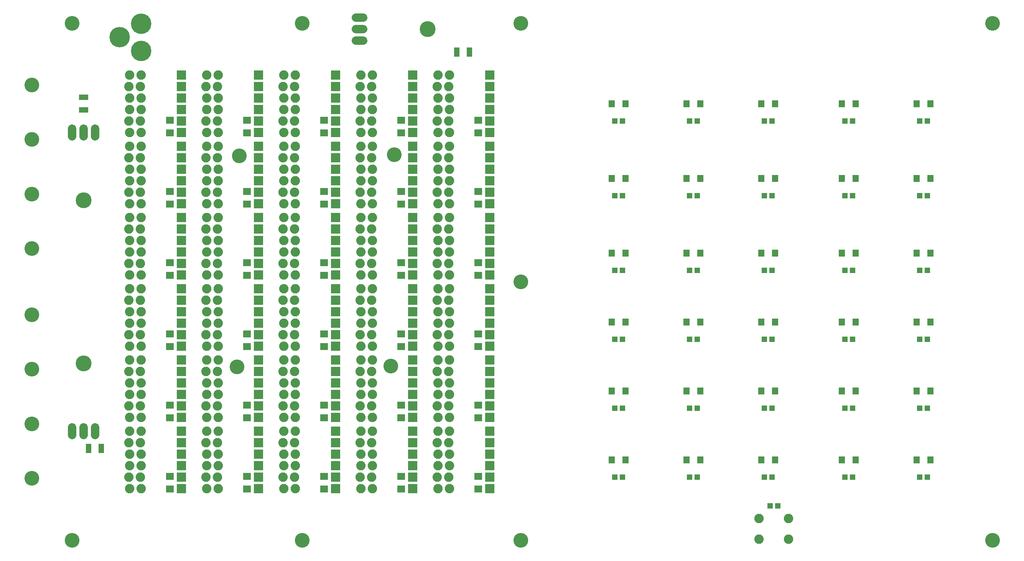
<source format=gts>
G75*
G70*
%OFA0B0*%
%FSLAX24Y24*%
%IPPOS*%
%LPD*%
%AMOC8*
5,1,8,0,0,1.08239X$1,22.5*
%
%ADD10R,0.0820X0.0820*%
%ADD11C,0.0820*%
%ADD12R,0.0710X0.0631*%
%ADD13R,0.0513X0.0474*%
%ADD14R,0.0552X0.0631*%
%ADD15C,0.1280*%
%ADD16C,0.1780*%
%ADD17C,0.0720*%
%ADD18C,0.1380*%
%ADD19R,0.0474X0.0789*%
%ADD20R,0.0789X0.0474*%
D10*
X016651Y009836D03*
X016651Y010836D03*
X016651Y011836D03*
X016651Y012836D03*
X016651Y013836D03*
X016651Y014836D03*
X016651Y016036D03*
X016651Y017036D03*
X016651Y018036D03*
X016651Y019036D03*
X016651Y020036D03*
X016651Y021036D03*
X016651Y022236D03*
X016651Y023236D03*
X016651Y024236D03*
X016651Y025236D03*
X016651Y026236D03*
X016651Y027236D03*
X016651Y028436D03*
X016651Y029436D03*
X016651Y030436D03*
X016651Y031436D03*
X016651Y032436D03*
X016651Y033436D03*
X016651Y034636D03*
X016651Y035636D03*
X016651Y036636D03*
X016651Y037636D03*
X016651Y038636D03*
X016651Y039636D03*
X016651Y040836D03*
X016651Y041836D03*
X016651Y042836D03*
X016651Y043836D03*
X016651Y044836D03*
X016651Y045836D03*
X023351Y045836D03*
X023351Y044836D03*
X023351Y043836D03*
X023351Y042836D03*
X023351Y041836D03*
X023351Y040836D03*
X023351Y039636D03*
X023351Y038636D03*
X023351Y037636D03*
X023351Y036636D03*
X023351Y035636D03*
X023351Y034636D03*
X023351Y033436D03*
X023351Y032436D03*
X023351Y031436D03*
X023351Y030436D03*
X023351Y029436D03*
X023351Y028436D03*
X023351Y027236D03*
X023351Y026236D03*
X023351Y025236D03*
X023351Y024236D03*
X023351Y023236D03*
X023351Y022236D03*
X023351Y021036D03*
X023351Y020036D03*
X023351Y019036D03*
X023351Y018036D03*
X023351Y017036D03*
X023351Y016036D03*
X023351Y014836D03*
X023351Y013836D03*
X023351Y012836D03*
X023351Y011836D03*
X023351Y010836D03*
X023351Y009836D03*
X030051Y009836D03*
X030051Y010836D03*
X030051Y011836D03*
X030051Y012836D03*
X030051Y013836D03*
X030051Y014836D03*
X030051Y016036D03*
X030051Y017036D03*
X030051Y018036D03*
X030051Y019036D03*
X030051Y020036D03*
X030051Y021036D03*
X030051Y022236D03*
X030051Y023236D03*
X030051Y024236D03*
X030051Y025236D03*
X030051Y026236D03*
X030051Y027236D03*
X030051Y028436D03*
X030051Y029436D03*
X030051Y030436D03*
X030051Y031436D03*
X030051Y032436D03*
X030051Y033436D03*
X030051Y034636D03*
X030051Y035636D03*
X030051Y036636D03*
X030051Y037636D03*
X030051Y038636D03*
X030051Y039636D03*
X030051Y040836D03*
X030051Y041836D03*
X030051Y042836D03*
X030051Y043836D03*
X030051Y044836D03*
X030051Y045836D03*
X036751Y045836D03*
X036751Y044836D03*
X036751Y043836D03*
X036751Y042836D03*
X036751Y041836D03*
X036751Y040836D03*
X036751Y039636D03*
X036751Y038636D03*
X036751Y037636D03*
X036751Y036636D03*
X036751Y035636D03*
X036751Y034636D03*
X036751Y033436D03*
X036751Y032436D03*
X036751Y031436D03*
X036751Y030436D03*
X036751Y029436D03*
X036751Y028436D03*
X036751Y027236D03*
X036751Y026236D03*
X036751Y025236D03*
X036751Y024236D03*
X036751Y023236D03*
X036751Y022236D03*
X036751Y021036D03*
X036751Y020036D03*
X036751Y019036D03*
X036751Y018036D03*
X036751Y017036D03*
X036751Y016036D03*
X036751Y014836D03*
X036751Y013836D03*
X036751Y012836D03*
X036751Y011836D03*
X036751Y010836D03*
X036751Y009836D03*
X043451Y009836D03*
X043451Y010836D03*
X043451Y011836D03*
X043451Y012836D03*
X043451Y013836D03*
X043451Y014836D03*
X043451Y016036D03*
X043451Y017036D03*
X043451Y018036D03*
X043451Y019036D03*
X043451Y020036D03*
X043451Y021036D03*
X043451Y022236D03*
X043451Y023236D03*
X043451Y024236D03*
X043451Y025236D03*
X043451Y026236D03*
X043451Y027236D03*
X043451Y028436D03*
X043451Y029436D03*
X043451Y030436D03*
X043451Y031436D03*
X043451Y032436D03*
X043451Y033436D03*
X043451Y034636D03*
X043451Y035636D03*
X043451Y036636D03*
X043451Y037636D03*
X043451Y038636D03*
X043451Y039636D03*
X043451Y040836D03*
X043451Y041836D03*
X043451Y042836D03*
X043451Y043836D03*
X043451Y044836D03*
X043451Y045836D03*
D11*
X039951Y045836D03*
X038951Y045836D03*
X038881Y044836D03*
X039881Y044836D03*
X039951Y043836D03*
X038951Y043836D03*
X038951Y042836D03*
X039951Y042836D03*
X039881Y041836D03*
X038881Y041836D03*
X038951Y040836D03*
X039951Y040836D03*
X039951Y039636D03*
X038951Y039636D03*
X038881Y038636D03*
X039881Y038636D03*
X039951Y037636D03*
X038951Y037636D03*
X038951Y036636D03*
X039951Y036636D03*
X039881Y035636D03*
X038881Y035636D03*
X038951Y034636D03*
X039951Y034636D03*
X039951Y033436D03*
X038951Y033436D03*
X038881Y032436D03*
X039881Y032436D03*
X039951Y031436D03*
X038951Y031436D03*
X038951Y030436D03*
X039951Y030436D03*
X039881Y029436D03*
X038881Y029436D03*
X038951Y028436D03*
X039951Y028436D03*
X039951Y027236D03*
X038951Y027236D03*
X038881Y026236D03*
X039881Y026236D03*
X039951Y025236D03*
X038951Y025236D03*
X038951Y024236D03*
X039951Y024236D03*
X039881Y023236D03*
X038881Y023236D03*
X038951Y022236D03*
X039951Y022236D03*
X039951Y021036D03*
X038951Y021036D03*
X038881Y020036D03*
X039881Y020036D03*
X039951Y019036D03*
X038951Y019036D03*
X038951Y018036D03*
X039951Y018036D03*
X039881Y017036D03*
X038881Y017036D03*
X038951Y016036D03*
X039951Y016036D03*
X039951Y014836D03*
X038951Y014836D03*
X038881Y013836D03*
X039881Y013836D03*
X039951Y012836D03*
X038951Y012836D03*
X038951Y011836D03*
X039951Y011836D03*
X039881Y010836D03*
X038881Y010836D03*
X038951Y009836D03*
X039951Y009836D03*
X033251Y009836D03*
X032251Y009836D03*
X032181Y010836D03*
X033181Y010836D03*
X033251Y011836D03*
X032251Y011836D03*
X032251Y012836D03*
X033251Y012836D03*
X033181Y013836D03*
X032181Y013836D03*
X032251Y014836D03*
X033251Y014836D03*
X033251Y016036D03*
X032251Y016036D03*
X032181Y017036D03*
X033181Y017036D03*
X033251Y018036D03*
X032251Y018036D03*
X032251Y019036D03*
X033251Y019036D03*
X033181Y020036D03*
X032181Y020036D03*
X032251Y021036D03*
X033251Y021036D03*
X033251Y022236D03*
X032251Y022236D03*
X032181Y023236D03*
X033181Y023236D03*
X033251Y024236D03*
X033251Y025236D03*
X032251Y025236D03*
X032251Y024236D03*
X032181Y026236D03*
X033181Y026236D03*
X033251Y027236D03*
X032251Y027236D03*
X032251Y028436D03*
X033251Y028436D03*
X033181Y029436D03*
X032181Y029436D03*
X032251Y030436D03*
X032251Y031436D03*
X033251Y031436D03*
X033251Y030436D03*
X033181Y032436D03*
X032181Y032436D03*
X032251Y033436D03*
X033251Y033436D03*
X033251Y034636D03*
X032251Y034636D03*
X032181Y035636D03*
X033181Y035636D03*
X033251Y036636D03*
X033251Y037636D03*
X032251Y037636D03*
X032251Y036636D03*
X032181Y038636D03*
X033181Y038636D03*
X033251Y039636D03*
X032251Y039636D03*
X032251Y040836D03*
X033251Y040836D03*
X033181Y041836D03*
X032181Y041836D03*
X032251Y042836D03*
X032251Y043836D03*
X033251Y043836D03*
X033251Y042836D03*
X033181Y044836D03*
X032181Y044836D03*
X032251Y045836D03*
X033251Y045836D03*
X026551Y045836D03*
X025551Y045836D03*
X025481Y044836D03*
X026481Y044836D03*
X026551Y043836D03*
X025551Y043836D03*
X025551Y042836D03*
X026551Y042836D03*
X026481Y041836D03*
X025481Y041836D03*
X025551Y040836D03*
X026551Y040836D03*
X026551Y039636D03*
X025551Y039636D03*
X025481Y038636D03*
X026481Y038636D03*
X026551Y037636D03*
X025551Y037636D03*
X025551Y036636D03*
X026551Y036636D03*
X026481Y035636D03*
X025481Y035636D03*
X025551Y034636D03*
X026551Y034636D03*
X026551Y033436D03*
X025551Y033436D03*
X025481Y032436D03*
X026481Y032436D03*
X026551Y031436D03*
X025551Y031436D03*
X025551Y030436D03*
X026551Y030436D03*
X026481Y029436D03*
X025481Y029436D03*
X025551Y028436D03*
X026551Y028436D03*
X026551Y027236D03*
X025551Y027236D03*
X025481Y026236D03*
X026481Y026236D03*
X026551Y025236D03*
X025551Y025236D03*
X025551Y024236D03*
X026551Y024236D03*
X026481Y023236D03*
X025481Y023236D03*
X025551Y022236D03*
X026551Y022236D03*
X026551Y021036D03*
X025551Y021036D03*
X025481Y020036D03*
X026481Y020036D03*
X026551Y019036D03*
X025551Y019036D03*
X025551Y018036D03*
X026551Y018036D03*
X026481Y017036D03*
X025481Y017036D03*
X025551Y016036D03*
X026551Y016036D03*
X026551Y014836D03*
X025551Y014836D03*
X025481Y013836D03*
X026481Y013836D03*
X026551Y012836D03*
X025551Y012836D03*
X025551Y011836D03*
X026551Y011836D03*
X026481Y010836D03*
X025481Y010836D03*
X025551Y009836D03*
X026551Y009836D03*
X019851Y009836D03*
X018851Y009836D03*
X018781Y010836D03*
X018851Y011836D03*
X018851Y012836D03*
X019851Y012836D03*
X019851Y011836D03*
X019781Y010836D03*
X019781Y013836D03*
X018781Y013836D03*
X018851Y014836D03*
X019851Y014836D03*
X019851Y016036D03*
X018851Y016036D03*
X018781Y017036D03*
X019781Y017036D03*
X019851Y018036D03*
X018851Y018036D03*
X018851Y019036D03*
X019851Y019036D03*
X019781Y020036D03*
X018781Y020036D03*
X018851Y021036D03*
X019851Y021036D03*
X019851Y022236D03*
X018851Y022236D03*
X018781Y023236D03*
X019781Y023236D03*
X019851Y024236D03*
X019851Y025236D03*
X018851Y025236D03*
X018851Y024236D03*
X018781Y026236D03*
X019781Y026236D03*
X019851Y027236D03*
X018851Y027236D03*
X018851Y028436D03*
X019851Y028436D03*
X019781Y029436D03*
X018781Y029436D03*
X018851Y030436D03*
X018851Y031436D03*
X019851Y031436D03*
X019851Y030436D03*
X019781Y032436D03*
X018781Y032436D03*
X018851Y033436D03*
X019851Y033436D03*
X019851Y034636D03*
X018851Y034636D03*
X018781Y035636D03*
X019781Y035636D03*
X019851Y036636D03*
X019851Y037636D03*
X018851Y037636D03*
X018851Y036636D03*
X018781Y038636D03*
X019781Y038636D03*
X019851Y039636D03*
X018851Y039636D03*
X018851Y040836D03*
X019851Y040836D03*
X019781Y041836D03*
X018781Y041836D03*
X018851Y042836D03*
X018851Y043836D03*
X019851Y043836D03*
X019851Y042836D03*
X019781Y044836D03*
X018781Y044836D03*
X018851Y045836D03*
X019851Y045836D03*
X013151Y045836D03*
X012151Y045836D03*
X012081Y044836D03*
X013081Y044836D03*
X013151Y043836D03*
X012151Y043836D03*
X012151Y042836D03*
X013151Y042836D03*
X013081Y041836D03*
X012081Y041836D03*
X012151Y040836D03*
X013151Y040836D03*
X013151Y039636D03*
X012151Y039636D03*
X012081Y038636D03*
X013081Y038636D03*
X013151Y037636D03*
X012151Y037636D03*
X012151Y036636D03*
X013151Y036636D03*
X013081Y035636D03*
X012081Y035636D03*
X012151Y034636D03*
X013151Y034636D03*
X013151Y033436D03*
X012151Y033436D03*
X012081Y032436D03*
X013081Y032436D03*
X013151Y031436D03*
X012151Y031436D03*
X012151Y030436D03*
X013151Y030436D03*
X013081Y029436D03*
X012081Y029436D03*
X012151Y028436D03*
X013151Y028436D03*
X013151Y027236D03*
X012151Y027236D03*
X012081Y026236D03*
X013081Y026236D03*
X013151Y025236D03*
X012151Y025236D03*
X012151Y024236D03*
X013151Y024236D03*
X013081Y023236D03*
X012081Y023236D03*
X012151Y022236D03*
X013151Y022236D03*
X013151Y021036D03*
X012151Y021036D03*
X012081Y020036D03*
X013081Y020036D03*
X013151Y019036D03*
X012151Y019036D03*
X012151Y018036D03*
X013151Y018036D03*
X013081Y017036D03*
X012081Y017036D03*
X012151Y016036D03*
X013151Y016036D03*
X013151Y014836D03*
X012151Y014836D03*
X012081Y013836D03*
X013081Y013836D03*
X013151Y012836D03*
X012151Y012836D03*
X012151Y011836D03*
X013151Y011836D03*
X013081Y010836D03*
X012081Y010836D03*
X012151Y009836D03*
X013151Y009836D03*
X066871Y007226D03*
X066871Y005446D03*
X069431Y005446D03*
X069431Y007226D03*
D12*
X042451Y009785D03*
X042451Y010887D03*
X035751Y010887D03*
X035751Y009785D03*
X029051Y009785D03*
X029051Y010887D03*
X022351Y010887D03*
X022351Y009785D03*
X015651Y009785D03*
X015651Y010887D03*
X015651Y015985D03*
X015651Y017087D03*
X022351Y017087D03*
X022351Y015985D03*
X029051Y015985D03*
X029051Y017087D03*
X035751Y017087D03*
X035751Y015985D03*
X042451Y015985D03*
X042451Y017087D03*
X042451Y022185D03*
X042451Y023287D03*
X035751Y023287D03*
X035751Y022185D03*
X029051Y022185D03*
X029051Y023287D03*
X022351Y023287D03*
X022351Y022185D03*
X015651Y022185D03*
X015651Y023287D03*
X015651Y028385D03*
X015651Y029487D03*
X022351Y029487D03*
X022351Y028385D03*
X029051Y028385D03*
X029051Y029487D03*
X035751Y029487D03*
X035751Y028385D03*
X042451Y028385D03*
X042451Y029487D03*
X042451Y034585D03*
X042451Y035687D03*
X035751Y035687D03*
X035751Y034585D03*
X029051Y034585D03*
X029051Y035687D03*
X022351Y035687D03*
X022351Y034585D03*
X015651Y034585D03*
X015651Y035687D03*
X015651Y040785D03*
X015651Y041887D03*
X022351Y041887D03*
X022351Y040785D03*
X029051Y040785D03*
X029051Y041887D03*
X035751Y041887D03*
X035751Y040785D03*
X042451Y040785D03*
X042451Y041887D03*
D13*
X054317Y041836D03*
X054986Y041836D03*
X060817Y041836D03*
X061486Y041836D03*
X067317Y041836D03*
X067986Y041836D03*
X074317Y041836D03*
X074986Y041836D03*
X080817Y041836D03*
X081486Y041836D03*
X081486Y035336D03*
X080817Y035336D03*
X074986Y035336D03*
X074317Y035336D03*
X067986Y035336D03*
X067317Y035336D03*
X061486Y035336D03*
X060817Y035336D03*
X054986Y035336D03*
X054317Y035336D03*
X054317Y028836D03*
X054986Y028836D03*
X060817Y028836D03*
X061486Y028836D03*
X067317Y028836D03*
X067986Y028836D03*
X074317Y028836D03*
X074986Y028836D03*
X080817Y028836D03*
X081486Y028836D03*
X081486Y022836D03*
X080817Y022836D03*
X074986Y022836D03*
X074317Y022836D03*
X067986Y022836D03*
X067317Y022836D03*
X061486Y022836D03*
X060817Y022836D03*
X054986Y022836D03*
X054317Y022836D03*
X054317Y016836D03*
X054986Y016836D03*
X060817Y016836D03*
X061486Y016836D03*
X067317Y016836D03*
X067986Y016836D03*
X074317Y016836D03*
X074986Y016836D03*
X080817Y016836D03*
X081486Y016836D03*
X081486Y010836D03*
X080817Y010836D03*
X074986Y010836D03*
X074317Y010836D03*
X068486Y008336D03*
X067817Y008336D03*
X067986Y010836D03*
X067317Y010836D03*
X061486Y010836D03*
X060817Y010836D03*
X054986Y010836D03*
X054317Y010836D03*
D14*
X054061Y012336D03*
X055242Y012336D03*
X060561Y012336D03*
X061742Y012336D03*
X067061Y012336D03*
X068242Y012336D03*
X074061Y012336D03*
X075242Y012336D03*
X080561Y012336D03*
X081742Y012336D03*
X081742Y018336D03*
X080561Y018336D03*
X075242Y018336D03*
X074061Y018336D03*
X068242Y018336D03*
X067061Y018336D03*
X061742Y018336D03*
X060561Y018336D03*
X055242Y018336D03*
X054061Y018336D03*
X054061Y024336D03*
X055242Y024336D03*
X060561Y024336D03*
X061742Y024336D03*
X067061Y024336D03*
X068242Y024336D03*
X074061Y024336D03*
X075242Y024336D03*
X080561Y024336D03*
X081742Y024336D03*
X081742Y030336D03*
X080561Y030336D03*
X075242Y030336D03*
X074061Y030336D03*
X068242Y030336D03*
X067061Y030336D03*
X061742Y030336D03*
X060561Y030336D03*
X055242Y030336D03*
X054061Y030336D03*
X054061Y036836D03*
X055242Y036836D03*
X060561Y036836D03*
X061742Y036836D03*
X067061Y036836D03*
X068242Y036836D03*
X074061Y036836D03*
X075242Y036836D03*
X080561Y036836D03*
X081742Y036836D03*
X081742Y043336D03*
X080561Y043336D03*
X075242Y043336D03*
X074061Y043336D03*
X068242Y043336D03*
X067061Y043336D03*
X061742Y043336D03*
X060561Y043336D03*
X055242Y043336D03*
X054061Y043336D03*
D15*
X007151Y005336D03*
X003651Y010736D03*
X003651Y015474D03*
X003651Y020236D03*
X003651Y024974D03*
X003651Y030736D03*
X003651Y035474D03*
X003651Y040236D03*
X003651Y044974D03*
X007151Y050336D03*
X021701Y038786D03*
X035151Y038886D03*
X027151Y050336D03*
X046151Y050336D03*
X046151Y027836D03*
X034851Y020486D03*
X021501Y020436D03*
X027151Y005336D03*
X046151Y005336D03*
X087151Y005336D03*
X087151Y050336D03*
D16*
X013151Y050305D03*
X011301Y049123D03*
X013151Y047942D03*
D17*
X009151Y041156D02*
X009151Y040516D01*
X008151Y040516D02*
X008151Y041156D01*
X007151Y041156D02*
X007151Y040516D01*
X031831Y048836D02*
X032471Y048836D01*
X032471Y049836D02*
X031831Y049836D01*
X031831Y050836D02*
X032471Y050836D01*
X009151Y015156D02*
X009151Y014516D01*
X008151Y014516D02*
X008151Y015156D01*
X007151Y015156D02*
X007151Y014516D01*
D18*
X008151Y020736D03*
X008151Y034936D03*
X038051Y049836D03*
D19*
X040600Y047836D03*
X041702Y047836D03*
X009702Y013336D03*
X008600Y013336D03*
D20*
X008151Y042785D03*
X008151Y043887D03*
M02*

</source>
